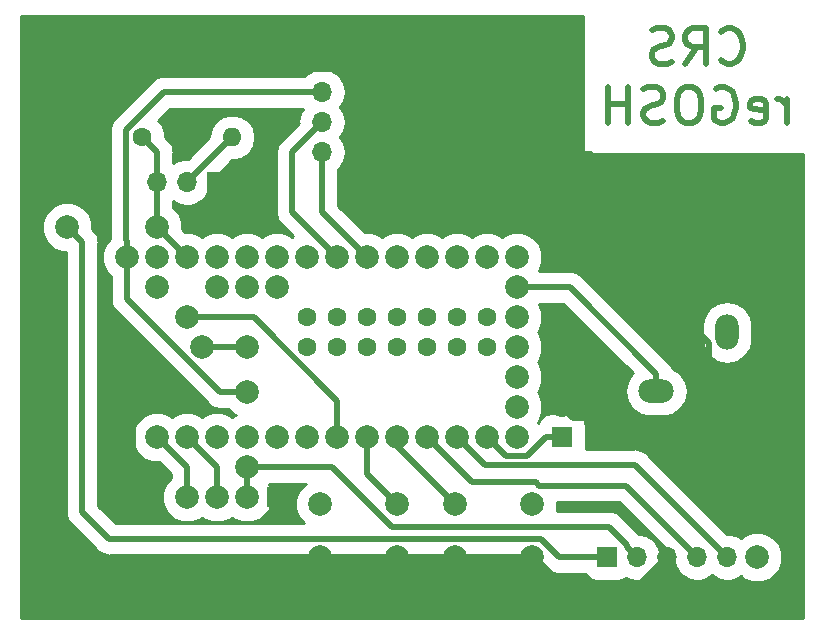
<source format=gbr>
G04 #@! TF.GenerationSoftware,KiCad,Pcbnew,5.0.2+dfsg1-1~bpo9+1*
G04 #@! TF.CreationDate,2019-08-05T18:03:44-03:00*
G04 #@! TF.ProjectId,placa_1,706c6163-615f-4312-9e6b-696361645f70,rev?*
G04 #@! TF.SameCoordinates,PX6486dd0PY66f2fb0*
G04 #@! TF.FileFunction,Copper,L2,Bot*
G04 #@! TF.FilePolarity,Positive*
%FSLAX46Y46*%
G04 Gerber Fmt 4.6, Leading zero omitted, Abs format (unit mm)*
G04 Created by KiCad (PCBNEW 5.0.2+dfsg1-1~bpo9+1) date seg 05 ago 2019 18:03:44 -03*
%MOMM*%
%LPD*%
G01*
G04 APERTURE LIST*
G04 #@! TA.AperFunction,NonConductor*
%ADD10C,0.500000*%
G04 #@! TD*
G04 #@! TA.AperFunction,ComponentPad*
%ADD11O,3.000000X2.000000*%
G04 #@! TD*
G04 #@! TA.AperFunction,ComponentPad*
%ADD12O,2.000000X3.000000*%
G04 #@! TD*
G04 #@! TA.AperFunction,ComponentPad*
%ADD13C,2.000000*%
G04 #@! TD*
G04 #@! TA.AperFunction,ComponentPad*
%ADD14R,1.600000X1.600000*%
G04 #@! TD*
G04 #@! TA.AperFunction,ComponentPad*
%ADD15C,1.600000*%
G04 #@! TD*
G04 #@! TA.AperFunction,ComponentPad*
%ADD16R,1.800000X1.800000*%
G04 #@! TD*
G04 #@! TA.AperFunction,ComponentPad*
%ADD17C,1.800000*%
G04 #@! TD*
G04 #@! TA.AperFunction,ComponentPad*
%ADD18R,1.700000X1.700000*%
G04 #@! TD*
G04 #@! TA.AperFunction,ComponentPad*
%ADD19O,1.600000X1.600000*%
G04 #@! TD*
G04 #@! TA.AperFunction,ComponentPad*
%ADD20O,1.700000X1.700000*%
G04 #@! TD*
G04 #@! TA.AperFunction,ViaPad*
%ADD21C,2.000000*%
G04 #@! TD*
G04 #@! TA.AperFunction,Conductor*
%ADD22C,0.500000*%
G04 #@! TD*
G04 #@! TA.AperFunction,Conductor*
%ADD23C,0.254000*%
G04 #@! TD*
G04 APERTURE END LIST*
D10*
X62960000Y50958572D02*
X63102857Y50815715D01*
X63531428Y50672858D01*
X63817142Y50672858D01*
X64245714Y50815715D01*
X64531428Y51101429D01*
X64674285Y51387143D01*
X64817142Y51958572D01*
X64817142Y52387143D01*
X64674285Y52958572D01*
X64531428Y53244286D01*
X64245714Y53530000D01*
X63817142Y53672858D01*
X63531428Y53672858D01*
X63102857Y53530000D01*
X62960000Y53387143D01*
X59960000Y50672858D02*
X60960000Y52101429D01*
X61674285Y50672858D02*
X61674285Y53672858D01*
X60531428Y53672858D01*
X60245714Y53530000D01*
X60102857Y53387143D01*
X59960000Y53101429D01*
X59960000Y52672858D01*
X60102857Y52387143D01*
X60245714Y52244286D01*
X60531428Y52101429D01*
X61674285Y52101429D01*
X58817142Y50815715D02*
X58388571Y50672858D01*
X57674285Y50672858D01*
X57388571Y50815715D01*
X57245714Y50958572D01*
X57102857Y51244286D01*
X57102857Y51530000D01*
X57245714Y51815715D01*
X57388571Y51958572D01*
X57674285Y52101429D01*
X58245714Y52244286D01*
X58531428Y52387143D01*
X58674285Y52530000D01*
X58817142Y52815715D01*
X58817142Y53101429D01*
X58674285Y53387143D01*
X58531428Y53530000D01*
X58245714Y53672858D01*
X57531428Y53672858D01*
X57102857Y53530000D01*
X68531428Y45672858D02*
X68531428Y47672858D01*
X68531428Y47101429D02*
X68388571Y47387143D01*
X68245714Y47530000D01*
X67960000Y47672858D01*
X67674285Y47672858D01*
X65531428Y45815715D02*
X65817142Y45672858D01*
X66388571Y45672858D01*
X66674285Y45815715D01*
X66817142Y46101429D01*
X66817142Y47244286D01*
X66674285Y47530000D01*
X66388571Y47672858D01*
X65817142Y47672858D01*
X65531428Y47530000D01*
X65388571Y47244286D01*
X65388571Y46958572D01*
X66817142Y46672858D01*
X62531428Y48530000D02*
X62817142Y48672858D01*
X63245714Y48672858D01*
X63674285Y48530000D01*
X63960000Y48244286D01*
X64102857Y47958572D01*
X64245714Y47387143D01*
X64245714Y46958572D01*
X64102857Y46387143D01*
X63960000Y46101429D01*
X63674285Y45815715D01*
X63245714Y45672858D01*
X62960000Y45672858D01*
X62531428Y45815715D01*
X62388571Y45958572D01*
X62388571Y46958572D01*
X62960000Y46958572D01*
X60531428Y48672858D02*
X59960000Y48672858D01*
X59674285Y48530000D01*
X59388571Y48244286D01*
X59245714Y47672858D01*
X59245714Y46672858D01*
X59388571Y46101429D01*
X59674285Y45815715D01*
X59960000Y45672858D01*
X60531428Y45672858D01*
X60817142Y45815715D01*
X61102857Y46101429D01*
X61245714Y46672858D01*
X61245714Y47672858D01*
X61102857Y48244286D01*
X60817142Y48530000D01*
X60531428Y48672858D01*
X58102857Y45815715D02*
X57674285Y45672858D01*
X56960000Y45672858D01*
X56674285Y45815715D01*
X56531428Y45958572D01*
X56388571Y46244286D01*
X56388571Y46530000D01*
X56531428Y46815715D01*
X56674285Y46958572D01*
X56960000Y47101429D01*
X57531428Y47244286D01*
X57817142Y47387143D01*
X57960000Y47530000D01*
X58102857Y47815715D01*
X58102857Y48101429D01*
X57960000Y48387143D01*
X57817142Y48530000D01*
X57531428Y48672858D01*
X56817142Y48672858D01*
X56388571Y48530000D01*
X55102857Y45672858D02*
X55102857Y48672858D01*
X55102857Y47244286D02*
X53388571Y47244286D01*
X53388571Y45672858D02*
X53388571Y48672858D01*
D11*
G04 #@! TO.P,J2,S*
G04 #@! TO.N,GND*
X57500000Y32940000D03*
G04 #@! TO.P,J2,T*
G04 #@! TO.N,Audio*
X57500000Y22940000D03*
D12*
G04 #@! TO.P,J2,R*
G04 #@! TO.N,Net-(J2-PadR)*
X63500000Y27940000D03*
G04 #@! TD*
D13*
G04 #@! TO.P,U2,17*
G04 #@! TO.N,Net-(U2-Pad17)*
X45720000Y26670000D03*
G04 #@! TO.P,U2,18*
G04 #@! TO.N,Net-(U2-Pad18)*
X45720000Y29210000D03*
G04 #@! TO.P,U2,19*
G04 #@! TO.N,Audio*
X45720000Y31750000D03*
G04 #@! TO.P,U2,20*
G04 #@! TO.N,Net-(U2-Pad20)*
X45720000Y34290000D03*
G04 #@! TO.P,U2,16*
G04 #@! TO.N,Net-(U2-Pad16)*
X45720000Y24130000D03*
G04 #@! TO.P,U2,15*
G04 #@! TO.N,Net-(U2-Pad15)*
X45720000Y21590000D03*
G04 #@! TO.P,U2,14*
G04 #@! TO.N,Net-(U2-Pad14)*
X45720000Y19050000D03*
G04 #@! TO.P,U2,21*
G04 #@! TO.N,Net-(U2-Pad21)*
X43180000Y34290000D03*
G04 #@! TO.P,U2,22*
G04 #@! TO.N,Net-(U2-Pad22)*
X40640000Y34290000D03*
G04 #@! TO.P,U2,23*
G04 #@! TO.N,Net-(U2-Pad23)*
X38100000Y34290000D03*
G04 #@! TO.P,U2,24*
G04 #@! TO.N,Net-(U2-Pad24)*
X35560000Y34290000D03*
G04 #@! TO.P,U2,25*
G04 #@! TO.N,SDA*
X33020000Y34290000D03*
G04 #@! TO.P,U2,26*
G04 #@! TO.N,SCL*
X30480000Y34290000D03*
G04 #@! TO.P,U2,27*
G04 #@! TO.N,Net-(U2-Pad27)*
X27940000Y34290000D03*
G04 #@! TO.P,U2,28*
G04 #@! TO.N,Net-(U2-Pad28)*
X25400000Y34290000D03*
G04 #@! TO.P,U2,29*
G04 #@! TO.N,Net-(U2-Pad29)*
X22860000Y34290000D03*
G04 #@! TO.P,U2,30*
G04 #@! TO.N,Net-(U2-Pad30)*
X20320000Y34290000D03*
G04 #@! TO.P,U2,31*
G04 #@! TO.N,+3V3*
X17780000Y34290000D03*
G04 #@! TO.P,U2,32*
G04 #@! TO.N,Net-(U2-Pad32)*
X15240000Y34290000D03*
G04 #@! TO.P,U2,33*
G04 #@! TO.N,Vin*
X12700000Y34290000D03*
G04 #@! TO.P,U2,34*
G04 #@! TO.N,Net-(U2-Pad34)*
X15240000Y31750000D03*
G04 #@! TO.P,U2,35*
G04 #@! TO.N,Net-(U2-Pad35)*
X20320000Y31750000D03*
G04 #@! TO.P,U2,36*
G04 #@! TO.N,Net-(U2-Pad36)*
X22860000Y31750000D03*
G04 #@! TO.P,U2,37*
G04 #@! TO.N,Net-(U2-Pad37)*
X25400000Y31750000D03*
G04 #@! TO.P,U2,13*
G04 #@! TO.N,Net-(D1-Pad1)*
X43180000Y19050000D03*
G04 #@! TO.P,U2,12*
G04 #@! TO.N,TX2*
X40640000Y19050000D03*
G04 #@! TO.P,U2,11*
G04 #@! TO.N,RX2*
X38100000Y19050000D03*
G04 #@! TO.P,U2,10*
G04 #@! TO.N,but1*
X35560000Y19050000D03*
G04 #@! TO.P,U2,9*
G04 #@! TO.N,but2*
X33020000Y19050000D03*
G04 #@! TO.P,U2,8*
G04 #@! TO.N,Temp*
X30480000Y19050000D03*
G04 #@! TO.P,U2,7*
G04 #@! TO.N,Net-(U2-Pad7)*
X27940000Y19050000D03*
G04 #@! TO.P,U2,6*
G04 #@! TO.N,Net-(U2-Pad6)*
X25400000Y19050000D03*
G04 #@! TO.P,U2,5*
G04 #@! TO.N,Net-(U2-Pad5)*
X22860000Y19050000D03*
G04 #@! TO.P,U2,4*
G04 #@! TO.N,Net-(U2-Pad4)*
X20320000Y19050000D03*
G04 #@! TO.P,U2,3*
G04 #@! TO.N,TX1*
X17780000Y19050000D03*
G04 #@! TO.P,U2,2*
G04 #@! TO.N,RX1*
X15240000Y19050000D03*
D14*
G04 #@! TO.P,U2,1*
G04 #@! TO.N,GND*
X12700000Y19050000D03*
D15*
G04 #@! TO.P,U2,38*
G04 #@! TO.N,Net-(U2-Pad38)*
X27940000Y26670000D03*
G04 #@! TO.P,U2,39*
G04 #@! TO.N,Net-(U2-Pad39)*
X30480000Y26670000D03*
G04 #@! TO.P,U2,40*
G04 #@! TO.N,Net-(U2-Pad40)*
X33020000Y26670000D03*
G04 #@! TO.P,U2,41*
G04 #@! TO.N,Net-(U2-Pad41)*
X35560000Y26670000D03*
G04 #@! TO.P,U2,42*
G04 #@! TO.N,Net-(U2-Pad42)*
X38100000Y26670000D03*
G04 #@! TO.P,U2,43*
G04 #@! TO.N,Net-(U2-Pad43)*
X40640000Y26670000D03*
G04 #@! TO.P,U2,44*
G04 #@! TO.N,Net-(U2-Pad44)*
X43180000Y26670000D03*
G04 #@! TO.P,U2,45*
G04 #@! TO.N,Net-(U2-Pad45)*
X43180000Y29210000D03*
G04 #@! TO.P,U2,46*
G04 #@! TO.N,Net-(U2-Pad46)*
X40640000Y29210000D03*
G04 #@! TO.P,U2,47*
G04 #@! TO.N,Net-(U2-Pad47)*
X38100000Y29210000D03*
G04 #@! TO.P,U2,48*
G04 #@! TO.N,Net-(U2-Pad48)*
X35560000Y29210000D03*
G04 #@! TO.P,U2,49*
G04 #@! TO.N,Net-(U2-Pad49)*
X33020000Y29210000D03*
G04 #@! TO.P,U2,50*
G04 #@! TO.N,Net-(U2-Pad50)*
X30480000Y29210000D03*
G04 #@! TO.P,U2,51*
G04 #@! TO.N,Net-(U2-Pad51)*
X27940000Y29210000D03*
D13*
G04 #@! TO.P,U2,52*
G04 #@! TO.N,Net-(U2-Pad52)*
X22860000Y26670000D03*
X19050000Y26670000D03*
G04 #@! TD*
G04 #@! TO.P,button1,2*
G04 #@! TO.N,but1*
X46990000Y13390000D03*
G04 #@! TO.P,button1,1*
G04 #@! TO.N,GND*
X46990000Y8890000D03*
G04 #@! TO.P,button1,2*
G04 #@! TO.N,but1*
X40490000Y13390000D03*
G04 #@! TO.P,button1,1*
G04 #@! TO.N,GND*
X40490000Y8890000D03*
G04 #@! TD*
G04 #@! TO.P,button2,1*
G04 #@! TO.N,GND*
X29060000Y8890000D03*
G04 #@! TO.P,button2,2*
G04 #@! TO.N,but2*
X29060000Y13390000D03*
G04 #@! TO.P,button2,1*
G04 #@! TO.N,GND*
X35560000Y8890000D03*
G04 #@! TO.P,button2,2*
G04 #@! TO.N,but2*
X35560000Y13390000D03*
G04 #@! TD*
D16*
G04 #@! TO.P,D1,1*
G04 #@! TO.N,Net-(D1-Pad1)*
X49530000Y19050000D03*
D17*
G04 #@! TO.P,D1,2*
G04 #@! TO.N,GND*
X49530000Y21590000D03*
G04 #@! TD*
D18*
G04 #@! TO.P,J1,1*
G04 #@! TO.N,GND*
X25400000Y13970000D03*
D13*
G04 #@! TO.P,J1,2*
G04 #@! TO.N,Vin*
X22860000Y13970000D03*
G04 #@! TO.P,J1,3*
G04 #@! TO.N,TX1*
X20320000Y13970000D03*
G04 #@! TO.P,J1,4*
G04 #@! TO.N,RX1*
X17780000Y13970000D03*
G04 #@! TD*
D15*
G04 #@! TO.P,R1,1*
G04 #@! TO.N,+3V3*
X13970000Y44450000D03*
D19*
G04 #@! TO.P,R1,2*
G04 #@! TO.N,Temp*
X21590000Y44450000D03*
G04 #@! TD*
D18*
G04 #@! TO.P,Sensor_Temp1,1*
G04 #@! TO.N,GND*
X20320000Y40640000D03*
D20*
G04 #@! TO.P,Sensor_Temp1,2*
G04 #@! TO.N,Temp*
X17780000Y40640000D03*
G04 #@! TO.P,Sensor_Temp1,3*
G04 #@! TO.N,+3V3*
X15240000Y40640000D03*
G04 #@! TD*
G04 #@! TO.P,U1,4*
G04 #@! TO.N,SDA*
X29210000Y43180000D03*
G04 #@! TO.P,U1,3*
G04 #@! TO.N,SCL*
X29210000Y45720000D03*
G04 #@! TO.P,U1,2*
G04 #@! TO.N,Vin*
X29210000Y48260000D03*
D18*
G04 #@! TO.P,U1,1*
G04 #@! TO.N,GND*
X29210000Y50800000D03*
G04 #@! TD*
G04 #@! TO.P,U3,1*
G04 #@! TO.N,+3V3*
X53340000Y8890000D03*
D20*
G04 #@! TO.P,U3,2*
G04 #@! TO.N,Vin*
X55880000Y8890000D03*
G04 #@! TO.P,U3,3*
G04 #@! TO.N,GND*
X58420000Y8890000D03*
G04 #@! TO.P,U3,4*
G04 #@! TO.N,RX2*
X60960000Y8890000D03*
G04 #@! TO.P,U3,5*
G04 #@! TO.N,TX2*
X63500000Y8890000D03*
D13*
G04 #@! TO.P,U3,6*
G04 #@! TO.N,Net-(U3-Pad6)*
X66040000Y8890000D03*
G04 #@! TD*
D21*
G04 #@! TO.N,Vin*
X22860000Y22860000D03*
X22860000Y16510000D03*
G04 #@! TO.N,+3V3*
X7620000Y36830000D03*
X15240000Y36830000D03*
G04 #@! TO.N,Temp*
X17780000Y29210000D03*
G04 #@! TD*
D22*
G04 #@! TO.N,but1*
X35560000Y18320000D02*
X35560000Y19050000D01*
X40490000Y13390000D02*
X35560000Y18320000D01*
G04 #@! TO.N,GND*
X47989999Y7890001D02*
X46990000Y8890000D01*
X50800000Y5080000D02*
X47989999Y7890001D01*
X54610000Y5080000D02*
X50800000Y5080000D01*
X58420000Y8890000D02*
X54610000Y5080000D01*
X46990000Y8890000D02*
X40490000Y8890000D01*
X40490000Y8890000D02*
X35560000Y8890000D01*
X35560000Y8890000D02*
X29060000Y8890000D01*
X57500000Y31440000D02*
X57500000Y32940000D01*
X61949990Y26990010D02*
X57500000Y31440000D01*
X57500000Y35210000D02*
X57500000Y32940000D01*
X41910000Y50800000D02*
X57500000Y35210000D01*
X29210000Y50800000D02*
X41910000Y50800000D01*
X61579989Y20690001D02*
X61949990Y20320000D01*
X50429999Y20690001D02*
X61579989Y20690001D01*
X49530000Y21590000D02*
X50429999Y20690001D01*
X61949990Y20320000D02*
X61949990Y26990010D01*
G04 #@! TO.N,but2*
X35560000Y13390000D02*
X33020000Y15930000D01*
X33020000Y15930000D02*
X33020000Y19050000D01*
G04 #@! TO.N,Net-(D1-Pad1)*
X46579999Y17499999D02*
X44730001Y17499999D01*
X44730001Y17499999D02*
X44179999Y18050001D01*
X48130000Y19050000D02*
X46579999Y17499999D01*
X49530000Y19050000D02*
X48130000Y19050000D01*
X44179999Y18050001D02*
X43180000Y19050000D01*
G04 #@! TO.N,Vin*
X55030001Y9739999D02*
X55880000Y8890000D01*
X22860000Y13970000D02*
X22860000Y16510000D01*
X12700000Y30725998D02*
X12700000Y32875787D01*
X20565998Y22860000D02*
X12700000Y30725998D01*
X12700000Y32875787D02*
X12700000Y34290000D01*
X22860000Y22860000D02*
X20565998Y22860000D01*
X12700000Y35704213D02*
X12700000Y34290000D01*
X12619999Y45098001D02*
X12619999Y35784214D01*
X12619999Y35784214D02*
X12700000Y35704213D01*
X15781998Y48260000D02*
X12619999Y45098001D01*
X29210000Y48260000D02*
X15781998Y48260000D01*
X35119986Y11430000D02*
X30039986Y16510000D01*
X30039986Y16510000D02*
X22860000Y16510000D01*
X53529988Y11430000D02*
X35119986Y11430000D01*
X55030001Y9929987D02*
X53529988Y11430000D01*
G04 #@! TO.N,TX1*
X20320000Y16510000D02*
X17780000Y19050000D01*
X20320000Y13970000D02*
X20320000Y16510000D01*
G04 #@! TO.N,RX1*
X17780000Y16510000D02*
X15240000Y19050000D01*
X17780000Y13970000D02*
X17780000Y16510000D01*
G04 #@! TO.N,Audio*
X45800000Y31670000D02*
X45720000Y31750000D01*
X57500000Y24440000D02*
X57500000Y22940000D01*
X50190000Y31750000D02*
X57500000Y24440000D01*
X45720000Y31750000D02*
X50190000Y31750000D01*
G04 #@! TO.N,+3V3*
X47734001Y10440001D02*
X11149999Y10440001D01*
X49284002Y8890000D02*
X47734001Y10440001D01*
X53340000Y8890000D02*
X49284002Y8890000D01*
X11149999Y10440001D02*
X8890000Y12700000D01*
X8890000Y12700000D02*
X8890000Y35560000D01*
X8890000Y35560000D02*
X7620000Y36830000D01*
X15240000Y36830000D02*
X17780000Y34290000D01*
X15240000Y40640000D02*
X15240000Y36830000D01*
X15240000Y43180000D02*
X13970000Y44450000D01*
X15240000Y40640000D02*
X15240000Y43180000D01*
G04 #@! TO.N,Temp*
X17780000Y40640000D02*
X21590000Y44450000D01*
X30480000Y20464213D02*
X30480000Y19050000D01*
X30480000Y22131998D02*
X30480000Y20464213D01*
X23401998Y29210000D02*
X30480000Y22131998D01*
X17780000Y29210000D02*
X23401998Y29210000D01*
G04 #@! TO.N,SDA*
X29210000Y43180000D02*
X29210000Y38100000D01*
X29210000Y38100000D02*
X33020000Y34290000D01*
G04 #@! TO.N,SCL*
X29480001Y35289999D02*
X30480000Y34290000D01*
X26670000Y38100000D02*
X29480001Y35289999D01*
X26670000Y43180000D02*
X26670000Y38100000D01*
X29210000Y45720000D02*
X26670000Y43180000D01*
G04 #@! TO.N,TX2*
X55690012Y16699988D02*
X42990012Y16699988D01*
X63500000Y8890000D02*
X55690012Y16699988D01*
X42990012Y16699988D02*
X41639999Y18050001D01*
X41639999Y18050001D02*
X40640000Y19050000D01*
G04 #@! TO.N,RX2*
X47597249Y14909979D02*
X47267228Y15240000D01*
X54940021Y14909979D02*
X47597249Y14909979D01*
X41910000Y15240000D02*
X39099999Y18050001D01*
X39099999Y18050001D02*
X38100000Y19050000D01*
X47267228Y15240000D02*
X41910000Y15240000D01*
X60960000Y8890000D02*
X54940021Y14909979D01*
G04 #@! TO.N,Net-(U2-Pad52)*
X19050000Y26670000D02*
X22860000Y26670000D01*
G04 #@! TD*
D23*
G04 #@! TO.N,GND*
G36*
X51297286Y43188000D02*
X51943000Y43188000D01*
X51943000Y43180000D01*
X51952667Y43131399D01*
X51980197Y43090197D01*
X52021399Y43062667D01*
X52070000Y43053000D01*
X69943000Y43053000D01*
X69943001Y3717000D01*
X3717000Y3717000D01*
X3717000Y37253087D01*
X5493000Y37253087D01*
X5493000Y36406913D01*
X5816817Y35625152D01*
X6415152Y35026817D01*
X7196913Y34703000D01*
X7513001Y34703000D01*
X7513000Y12835623D01*
X7486023Y12700000D01*
X7513000Y12564378D01*
X7592894Y12162722D01*
X7897238Y11707239D01*
X8012216Y11630413D01*
X10080411Y9562217D01*
X10157237Y9447239D01*
X10612720Y9142895D01*
X11014376Y9063001D01*
X11149998Y9036024D01*
X11285620Y9063001D01*
X47163630Y9063001D01*
X48214414Y8012216D01*
X48291240Y7897238D01*
X48746723Y7592894D01*
X49148379Y7513000D01*
X49284001Y7486023D01*
X49419623Y7513000D01*
X51486699Y7513000D01*
X51677478Y7227478D01*
X52050267Y6978389D01*
X52490000Y6890921D01*
X54190000Y6890921D01*
X54629733Y6978389D01*
X54906078Y7163037D01*
X55108613Y7027707D01*
X55685286Y6913000D01*
X56074714Y6913000D01*
X56651387Y7027707D01*
X57305337Y7464663D01*
X57742293Y8118613D01*
X57895731Y8890000D01*
X57742293Y9661387D01*
X57305337Y10315337D01*
X56651387Y10752293D01*
X56074714Y10867000D01*
X56040360Y10867000D01*
X54599577Y12307782D01*
X54522750Y12422762D01*
X54067267Y12727106D01*
X53665611Y12807000D01*
X53529988Y12833977D01*
X53394365Y12807000D01*
X49050762Y12807000D01*
X49117000Y12966913D01*
X49117000Y13532979D01*
X54369650Y13532979D01*
X58955610Y8947017D01*
X58944269Y8890000D01*
X59097707Y8118613D01*
X59534663Y7464663D01*
X60188613Y7027707D01*
X60765286Y6913000D01*
X61154714Y6913000D01*
X61731387Y7027707D01*
X62230000Y7360870D01*
X62728613Y7027707D01*
X63305286Y6913000D01*
X63694714Y6913000D01*
X64271387Y7027707D01*
X64644773Y7277196D01*
X64835152Y7086817D01*
X65616913Y6763000D01*
X66463087Y6763000D01*
X67244848Y7086817D01*
X67843183Y7685152D01*
X68167000Y8466913D01*
X68167000Y9313087D01*
X67843183Y10094848D01*
X67244848Y10693183D01*
X66463087Y11017000D01*
X65616913Y11017000D01*
X64835152Y10693183D01*
X64644773Y10502804D01*
X64271387Y10752293D01*
X63694714Y10867000D01*
X63470373Y10867000D01*
X56759601Y17577770D01*
X56682774Y17692750D01*
X56227291Y17997094D01*
X55825635Y18076988D01*
X55690012Y18103965D01*
X55554389Y18076988D01*
X51564556Y18076988D01*
X51579079Y18150000D01*
X51579079Y19950000D01*
X51491611Y20389733D01*
X51242522Y20762522D01*
X50869733Y21011611D01*
X50430000Y21099079D01*
X48630000Y21099079D01*
X48190267Y21011611D01*
X47817478Y20762522D01*
X47568389Y20389733D01*
X47554881Y20321822D01*
X47495731Y20282300D01*
X47458031Y20320000D01*
X47523183Y20385152D01*
X47847000Y21166913D01*
X47847000Y22013087D01*
X47523183Y22794848D01*
X47458031Y22860000D01*
X47523183Y22925152D01*
X47847000Y23706913D01*
X47847000Y24553087D01*
X47523183Y25334848D01*
X47458031Y25400000D01*
X47523183Y25465152D01*
X47847000Y26246913D01*
X47847000Y27093087D01*
X47523183Y27874848D01*
X47458031Y27940000D01*
X47523183Y28005152D01*
X47847000Y28786913D01*
X47847000Y29633087D01*
X47540517Y30373000D01*
X49619629Y30373000D01*
X55498067Y24494561D01*
X55466519Y24473481D01*
X54996410Y23769914D01*
X54831330Y22940000D01*
X54996410Y22110086D01*
X55466519Y21406519D01*
X56170086Y20936410D01*
X56790511Y20813000D01*
X58209489Y20813000D01*
X58829914Y20936410D01*
X59533481Y21406519D01*
X60003590Y22110086D01*
X60168670Y22940000D01*
X60003590Y23769914D01*
X59533481Y24473481D01*
X58829914Y24943590D01*
X58802732Y24948997D01*
X58797106Y24977279D01*
X58492761Y25432762D01*
X58377786Y25509586D01*
X55237884Y28649488D01*
X61373000Y28649488D01*
X61373000Y27230511D01*
X61496410Y26610086D01*
X61966520Y25906519D01*
X62670087Y25436410D01*
X63500000Y25271330D01*
X64329914Y25436410D01*
X65033481Y25906519D01*
X65503590Y26610087D01*
X65627000Y27230512D01*
X65627000Y28649489D01*
X65503590Y29269914D01*
X65033481Y29973481D01*
X64329913Y30443590D01*
X63500000Y30608670D01*
X62670086Y30443590D01*
X61966519Y29973481D01*
X61496410Y29269913D01*
X61373000Y28649488D01*
X55237884Y28649488D01*
X51259589Y32627782D01*
X51182762Y32742762D01*
X50727279Y33047106D01*
X50325623Y33127000D01*
X50190000Y33153977D01*
X50054377Y33127000D01*
X47540517Y33127000D01*
X47847000Y33866913D01*
X47847000Y34713087D01*
X47523183Y35494848D01*
X46924848Y36093183D01*
X46143087Y36417000D01*
X45296913Y36417000D01*
X44515152Y36093183D01*
X44450000Y36028031D01*
X44384848Y36093183D01*
X43603087Y36417000D01*
X42756913Y36417000D01*
X41975152Y36093183D01*
X41910000Y36028031D01*
X41844848Y36093183D01*
X41063087Y36417000D01*
X40216913Y36417000D01*
X39435152Y36093183D01*
X39370000Y36028031D01*
X39304848Y36093183D01*
X38523087Y36417000D01*
X37676913Y36417000D01*
X36895152Y36093183D01*
X36830000Y36028031D01*
X36764848Y36093183D01*
X35983087Y36417000D01*
X35136913Y36417000D01*
X34355152Y36093183D01*
X34290000Y36028031D01*
X34224848Y36093183D01*
X33443087Y36417000D01*
X32840372Y36417000D01*
X30587000Y38670371D01*
X30587000Y41722365D01*
X30635337Y41754663D01*
X31072293Y42408613D01*
X31225731Y43180000D01*
X31072293Y43951387D01*
X30739130Y44450000D01*
X31072293Y44948613D01*
X31225731Y45720000D01*
X31072293Y46491387D01*
X30739130Y46990000D01*
X31072293Y47488613D01*
X31225731Y48260000D01*
X31072293Y49031387D01*
X30635337Y49685337D01*
X29981387Y50122293D01*
X29404714Y50237000D01*
X29015286Y50237000D01*
X28438613Y50122293D01*
X27784663Y49685337D01*
X27752365Y49637000D01*
X15917621Y49637000D01*
X15781998Y49663977D01*
X15646375Y49637000D01*
X15244719Y49557106D01*
X14789236Y49252762D01*
X14712412Y49137787D01*
X11742215Y46167588D01*
X11627237Y46090762D01*
X11379502Y45720000D01*
X11322893Y45635279D01*
X11216022Y45098001D01*
X11242999Y44962378D01*
X11243000Y35919842D01*
X11223431Y35821462D01*
X10896817Y35494848D01*
X10573000Y34713087D01*
X10573000Y33866913D01*
X10896817Y33085152D01*
X11323001Y32658968D01*
X11323000Y30861621D01*
X11296023Y30725998D01*
X11366239Y30373000D01*
X11402894Y30188720D01*
X11707238Y29733237D01*
X11822216Y29656411D01*
X19496410Y21982216D01*
X19573236Y21867238D01*
X19908991Y21642894D01*
X20028719Y21562894D01*
X20565997Y21456023D01*
X20701620Y21483000D01*
X21228969Y21483000D01*
X21655152Y21056817D01*
X21900959Y20955000D01*
X21655152Y20853183D01*
X21590000Y20788031D01*
X21524848Y20853183D01*
X20743087Y21177000D01*
X19896913Y21177000D01*
X19115152Y20853183D01*
X19050000Y20788031D01*
X18984848Y20853183D01*
X18203087Y21177000D01*
X17356913Y21177000D01*
X16575152Y20853183D01*
X16510000Y20788031D01*
X16444848Y20853183D01*
X15663087Y21177000D01*
X14816913Y21177000D01*
X14035152Y20853183D01*
X13436817Y20254848D01*
X13113000Y19473087D01*
X13113000Y18626913D01*
X13436817Y17845152D01*
X14035152Y17246817D01*
X14816913Y16923000D01*
X15419629Y16923000D01*
X16403001Y15939627D01*
X16403001Y15601032D01*
X15976817Y15174848D01*
X15653000Y14393087D01*
X15653000Y13546913D01*
X15976817Y12765152D01*
X16575152Y12166817D01*
X17356913Y11843000D01*
X18203087Y11843000D01*
X18984848Y12166817D01*
X19050000Y12231969D01*
X19115152Y12166817D01*
X19896913Y11843000D01*
X20743087Y11843000D01*
X21524848Y12166817D01*
X21590000Y12231969D01*
X21655152Y12166817D01*
X22436913Y11843000D01*
X23283087Y11843000D01*
X24064848Y12166817D01*
X24663183Y12765152D01*
X24987000Y13546913D01*
X24987000Y14393087D01*
X24680517Y15133000D01*
X27794969Y15133000D01*
X27256817Y14594848D01*
X26933000Y13813087D01*
X26933000Y12966913D01*
X27256817Y12185152D01*
X27624968Y11817001D01*
X11720371Y11817001D01*
X10267000Y13270371D01*
X10267000Y35424379D01*
X10293977Y35560001D01*
X10249378Y35784214D01*
X10187106Y36097279D01*
X9882762Y36552762D01*
X9767784Y36629588D01*
X9747000Y36650372D01*
X9747000Y37253087D01*
X9423183Y38034848D01*
X8824848Y38633183D01*
X8043087Y38957000D01*
X7196913Y38957000D01*
X6415152Y38633183D01*
X5816817Y38034848D01*
X5493000Y37253087D01*
X3717000Y37253087D01*
X3717000Y54703000D01*
X51297286Y54703000D01*
X51297286Y43188000D01*
X51297286Y43188000D01*
G37*
X51297286Y43188000D02*
X51943000Y43188000D01*
X51943000Y43180000D01*
X51952667Y43131399D01*
X51980197Y43090197D01*
X52021399Y43062667D01*
X52070000Y43053000D01*
X69943000Y43053000D01*
X69943001Y3717000D01*
X3717000Y3717000D01*
X3717000Y37253087D01*
X5493000Y37253087D01*
X5493000Y36406913D01*
X5816817Y35625152D01*
X6415152Y35026817D01*
X7196913Y34703000D01*
X7513001Y34703000D01*
X7513000Y12835623D01*
X7486023Y12700000D01*
X7513000Y12564378D01*
X7592894Y12162722D01*
X7897238Y11707239D01*
X8012216Y11630413D01*
X10080411Y9562217D01*
X10157237Y9447239D01*
X10612720Y9142895D01*
X11014376Y9063001D01*
X11149998Y9036024D01*
X11285620Y9063001D01*
X47163630Y9063001D01*
X48214414Y8012216D01*
X48291240Y7897238D01*
X48746723Y7592894D01*
X49148379Y7513000D01*
X49284001Y7486023D01*
X49419623Y7513000D01*
X51486699Y7513000D01*
X51677478Y7227478D01*
X52050267Y6978389D01*
X52490000Y6890921D01*
X54190000Y6890921D01*
X54629733Y6978389D01*
X54906078Y7163037D01*
X55108613Y7027707D01*
X55685286Y6913000D01*
X56074714Y6913000D01*
X56651387Y7027707D01*
X57305337Y7464663D01*
X57742293Y8118613D01*
X57895731Y8890000D01*
X57742293Y9661387D01*
X57305337Y10315337D01*
X56651387Y10752293D01*
X56074714Y10867000D01*
X56040360Y10867000D01*
X54599577Y12307782D01*
X54522750Y12422762D01*
X54067267Y12727106D01*
X53665611Y12807000D01*
X53529988Y12833977D01*
X53394365Y12807000D01*
X49050762Y12807000D01*
X49117000Y12966913D01*
X49117000Y13532979D01*
X54369650Y13532979D01*
X58955610Y8947017D01*
X58944269Y8890000D01*
X59097707Y8118613D01*
X59534663Y7464663D01*
X60188613Y7027707D01*
X60765286Y6913000D01*
X61154714Y6913000D01*
X61731387Y7027707D01*
X62230000Y7360870D01*
X62728613Y7027707D01*
X63305286Y6913000D01*
X63694714Y6913000D01*
X64271387Y7027707D01*
X64644773Y7277196D01*
X64835152Y7086817D01*
X65616913Y6763000D01*
X66463087Y6763000D01*
X67244848Y7086817D01*
X67843183Y7685152D01*
X68167000Y8466913D01*
X68167000Y9313087D01*
X67843183Y10094848D01*
X67244848Y10693183D01*
X66463087Y11017000D01*
X65616913Y11017000D01*
X64835152Y10693183D01*
X64644773Y10502804D01*
X64271387Y10752293D01*
X63694714Y10867000D01*
X63470373Y10867000D01*
X56759601Y17577770D01*
X56682774Y17692750D01*
X56227291Y17997094D01*
X55825635Y18076988D01*
X55690012Y18103965D01*
X55554389Y18076988D01*
X51564556Y18076988D01*
X51579079Y18150000D01*
X51579079Y19950000D01*
X51491611Y20389733D01*
X51242522Y20762522D01*
X50869733Y21011611D01*
X50430000Y21099079D01*
X48630000Y21099079D01*
X48190267Y21011611D01*
X47817478Y20762522D01*
X47568389Y20389733D01*
X47554881Y20321822D01*
X47495731Y20282300D01*
X47458031Y20320000D01*
X47523183Y20385152D01*
X47847000Y21166913D01*
X47847000Y22013087D01*
X47523183Y22794848D01*
X47458031Y22860000D01*
X47523183Y22925152D01*
X47847000Y23706913D01*
X47847000Y24553087D01*
X47523183Y25334848D01*
X47458031Y25400000D01*
X47523183Y25465152D01*
X47847000Y26246913D01*
X47847000Y27093087D01*
X47523183Y27874848D01*
X47458031Y27940000D01*
X47523183Y28005152D01*
X47847000Y28786913D01*
X47847000Y29633087D01*
X47540517Y30373000D01*
X49619629Y30373000D01*
X55498067Y24494561D01*
X55466519Y24473481D01*
X54996410Y23769914D01*
X54831330Y22940000D01*
X54996410Y22110086D01*
X55466519Y21406519D01*
X56170086Y20936410D01*
X56790511Y20813000D01*
X58209489Y20813000D01*
X58829914Y20936410D01*
X59533481Y21406519D01*
X60003590Y22110086D01*
X60168670Y22940000D01*
X60003590Y23769914D01*
X59533481Y24473481D01*
X58829914Y24943590D01*
X58802732Y24948997D01*
X58797106Y24977279D01*
X58492761Y25432762D01*
X58377786Y25509586D01*
X55237884Y28649488D01*
X61373000Y28649488D01*
X61373000Y27230511D01*
X61496410Y26610086D01*
X61966520Y25906519D01*
X62670087Y25436410D01*
X63500000Y25271330D01*
X64329914Y25436410D01*
X65033481Y25906519D01*
X65503590Y26610087D01*
X65627000Y27230512D01*
X65627000Y28649489D01*
X65503590Y29269914D01*
X65033481Y29973481D01*
X64329913Y30443590D01*
X63500000Y30608670D01*
X62670086Y30443590D01*
X61966519Y29973481D01*
X61496410Y29269913D01*
X61373000Y28649488D01*
X55237884Y28649488D01*
X51259589Y32627782D01*
X51182762Y32742762D01*
X50727279Y33047106D01*
X50325623Y33127000D01*
X50190000Y33153977D01*
X50054377Y33127000D01*
X47540517Y33127000D01*
X47847000Y33866913D01*
X47847000Y34713087D01*
X47523183Y35494848D01*
X46924848Y36093183D01*
X46143087Y36417000D01*
X45296913Y36417000D01*
X44515152Y36093183D01*
X44450000Y36028031D01*
X44384848Y36093183D01*
X43603087Y36417000D01*
X42756913Y36417000D01*
X41975152Y36093183D01*
X41910000Y36028031D01*
X41844848Y36093183D01*
X41063087Y36417000D01*
X40216913Y36417000D01*
X39435152Y36093183D01*
X39370000Y36028031D01*
X39304848Y36093183D01*
X38523087Y36417000D01*
X37676913Y36417000D01*
X36895152Y36093183D01*
X36830000Y36028031D01*
X36764848Y36093183D01*
X35983087Y36417000D01*
X35136913Y36417000D01*
X34355152Y36093183D01*
X34290000Y36028031D01*
X34224848Y36093183D01*
X33443087Y36417000D01*
X32840372Y36417000D01*
X30587000Y38670371D01*
X30587000Y41722365D01*
X30635337Y41754663D01*
X31072293Y42408613D01*
X31225731Y43180000D01*
X31072293Y43951387D01*
X30739130Y44450000D01*
X31072293Y44948613D01*
X31225731Y45720000D01*
X31072293Y46491387D01*
X30739130Y46990000D01*
X31072293Y47488613D01*
X31225731Y48260000D01*
X31072293Y49031387D01*
X30635337Y49685337D01*
X29981387Y50122293D01*
X29404714Y50237000D01*
X29015286Y50237000D01*
X28438613Y50122293D01*
X27784663Y49685337D01*
X27752365Y49637000D01*
X15917621Y49637000D01*
X15781998Y49663977D01*
X15646375Y49637000D01*
X15244719Y49557106D01*
X14789236Y49252762D01*
X14712412Y49137787D01*
X11742215Y46167588D01*
X11627237Y46090762D01*
X11379502Y45720000D01*
X11322893Y45635279D01*
X11216022Y45098001D01*
X11242999Y44962378D01*
X11243000Y35919842D01*
X11223431Y35821462D01*
X10896817Y35494848D01*
X10573000Y34713087D01*
X10573000Y33866913D01*
X10896817Y33085152D01*
X11323001Y32658968D01*
X11323000Y30861621D01*
X11296023Y30725998D01*
X11366239Y30373000D01*
X11402894Y30188720D01*
X11707238Y29733237D01*
X11822216Y29656411D01*
X19496410Y21982216D01*
X19573236Y21867238D01*
X19908991Y21642894D01*
X20028719Y21562894D01*
X20565997Y21456023D01*
X20701620Y21483000D01*
X21228969Y21483000D01*
X21655152Y21056817D01*
X21900959Y20955000D01*
X21655152Y20853183D01*
X21590000Y20788031D01*
X21524848Y20853183D01*
X20743087Y21177000D01*
X19896913Y21177000D01*
X19115152Y20853183D01*
X19050000Y20788031D01*
X18984848Y20853183D01*
X18203087Y21177000D01*
X17356913Y21177000D01*
X16575152Y20853183D01*
X16510000Y20788031D01*
X16444848Y20853183D01*
X15663087Y21177000D01*
X14816913Y21177000D01*
X14035152Y20853183D01*
X13436817Y20254848D01*
X13113000Y19473087D01*
X13113000Y18626913D01*
X13436817Y17845152D01*
X14035152Y17246817D01*
X14816913Y16923000D01*
X15419629Y16923000D01*
X16403001Y15939627D01*
X16403001Y15601032D01*
X15976817Y15174848D01*
X15653000Y14393087D01*
X15653000Y13546913D01*
X15976817Y12765152D01*
X16575152Y12166817D01*
X17356913Y11843000D01*
X18203087Y11843000D01*
X18984848Y12166817D01*
X19050000Y12231969D01*
X19115152Y12166817D01*
X19896913Y11843000D01*
X20743087Y11843000D01*
X21524848Y12166817D01*
X21590000Y12231969D01*
X21655152Y12166817D01*
X22436913Y11843000D01*
X23283087Y11843000D01*
X24064848Y12166817D01*
X24663183Y12765152D01*
X24987000Y13546913D01*
X24987000Y14393087D01*
X24680517Y15133000D01*
X27794969Y15133000D01*
X27256817Y14594848D01*
X26933000Y13813087D01*
X26933000Y12966913D01*
X27256817Y12185152D01*
X27624968Y11817001D01*
X11720371Y11817001D01*
X10267000Y13270371D01*
X10267000Y35424379D01*
X10293977Y35560001D01*
X10249378Y35784214D01*
X10187106Y36097279D01*
X9882762Y36552762D01*
X9767784Y36629588D01*
X9747000Y36650372D01*
X9747000Y37253087D01*
X9423183Y38034848D01*
X8824848Y38633183D01*
X8043087Y38957000D01*
X7196913Y38957000D01*
X6415152Y38633183D01*
X5816817Y38034848D01*
X5493000Y37253087D01*
X3717000Y37253087D01*
X3717000Y54703000D01*
X51297286Y54703000D01*
X51297286Y43188000D01*
G36*
X27347707Y46491387D02*
X27194269Y45720000D01*
X27205611Y45662982D01*
X25792216Y44249587D01*
X25677238Y44172761D01*
X25529321Y43951387D01*
X25372894Y43717278D01*
X25266023Y43180000D01*
X25293000Y43044377D01*
X25293001Y38235628D01*
X25266023Y38100000D01*
X25372894Y37562722D01*
X25372895Y37562721D01*
X25677239Y37107238D01*
X25792216Y37030413D01*
X26732299Y36090330D01*
X26670000Y36028031D01*
X26604848Y36093183D01*
X25823087Y36417000D01*
X24976913Y36417000D01*
X24195152Y36093183D01*
X24130000Y36028031D01*
X24064848Y36093183D01*
X23283087Y36417000D01*
X22436913Y36417000D01*
X21655152Y36093183D01*
X21590000Y36028031D01*
X21524848Y36093183D01*
X20743087Y36417000D01*
X19896913Y36417000D01*
X19115152Y36093183D01*
X19050000Y36028031D01*
X18984848Y36093183D01*
X18203087Y36417000D01*
X17600372Y36417000D01*
X17367000Y36650371D01*
X17367000Y37253087D01*
X17043183Y38034848D01*
X16617000Y38461031D01*
X16617000Y39039375D01*
X17008613Y38777707D01*
X17585286Y38663000D01*
X17974714Y38663000D01*
X18551387Y38777707D01*
X19205337Y39214663D01*
X19642293Y39868613D01*
X19795731Y40640000D01*
X19784389Y40697018D01*
X21610372Y42523000D01*
X21779792Y42523000D01*
X22341878Y42634806D01*
X22979289Y43060711D01*
X23405194Y43698122D01*
X23554752Y44450000D01*
X23405194Y45201878D01*
X22979289Y45839289D01*
X22341878Y46265194D01*
X21779792Y46377000D01*
X21400208Y46377000D01*
X20838122Y46265194D01*
X20200711Y45839289D01*
X19774806Y45201878D01*
X19625248Y44450000D01*
X19628132Y44435503D01*
X17809629Y42617000D01*
X17585286Y42617000D01*
X17008613Y42502293D01*
X16617000Y42240625D01*
X16617000Y43044379D01*
X16643977Y43180001D01*
X16608483Y43358442D01*
X16537106Y43717279D01*
X16232762Y44172762D01*
X16117784Y44249588D01*
X15897000Y44470372D01*
X15897000Y44833304D01*
X15603632Y45541558D01*
X15307280Y45837910D01*
X16352371Y46883000D01*
X27609375Y46883000D01*
X27347707Y46491387D01*
X27347707Y46491387D01*
G37*
X27347707Y46491387D02*
X27194269Y45720000D01*
X27205611Y45662982D01*
X25792216Y44249587D01*
X25677238Y44172761D01*
X25529321Y43951387D01*
X25372894Y43717278D01*
X25266023Y43180000D01*
X25293000Y43044377D01*
X25293001Y38235628D01*
X25266023Y38100000D01*
X25372894Y37562722D01*
X25372895Y37562721D01*
X25677239Y37107238D01*
X25792216Y37030413D01*
X26732299Y36090330D01*
X26670000Y36028031D01*
X26604848Y36093183D01*
X25823087Y36417000D01*
X24976913Y36417000D01*
X24195152Y36093183D01*
X24130000Y36028031D01*
X24064848Y36093183D01*
X23283087Y36417000D01*
X22436913Y36417000D01*
X21655152Y36093183D01*
X21590000Y36028031D01*
X21524848Y36093183D01*
X20743087Y36417000D01*
X19896913Y36417000D01*
X19115152Y36093183D01*
X19050000Y36028031D01*
X18984848Y36093183D01*
X18203087Y36417000D01*
X17600372Y36417000D01*
X17367000Y36650371D01*
X17367000Y37253087D01*
X17043183Y38034848D01*
X16617000Y38461031D01*
X16617000Y39039375D01*
X17008613Y38777707D01*
X17585286Y38663000D01*
X17974714Y38663000D01*
X18551387Y38777707D01*
X19205337Y39214663D01*
X19642293Y39868613D01*
X19795731Y40640000D01*
X19784389Y40697018D01*
X21610372Y42523000D01*
X21779792Y42523000D01*
X22341878Y42634806D01*
X22979289Y43060711D01*
X23405194Y43698122D01*
X23554752Y44450000D01*
X23405194Y45201878D01*
X22979289Y45839289D01*
X22341878Y46265194D01*
X21779792Y46377000D01*
X21400208Y46377000D01*
X20838122Y46265194D01*
X20200711Y45839289D01*
X19774806Y45201878D01*
X19625248Y44450000D01*
X19628132Y44435503D01*
X17809629Y42617000D01*
X17585286Y42617000D01*
X17008613Y42502293D01*
X16617000Y42240625D01*
X16617000Y43044379D01*
X16643977Y43180001D01*
X16608483Y43358442D01*
X16537106Y43717279D01*
X16232762Y44172762D01*
X16117784Y44249588D01*
X15897000Y44470372D01*
X15897000Y44833304D01*
X15603632Y45541558D01*
X15307280Y45837910D01*
X16352371Y46883000D01*
X27609375Y46883000D01*
X27347707Y46491387D01*
G04 #@! TD*
M02*

</source>
